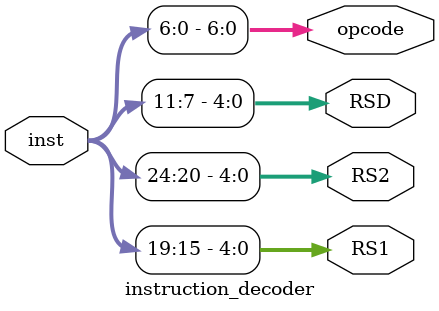
<source format=sv>
module instruction_decoder(inst,opcode,RS1,RS2,RSD);
input  [31:0] inst;
output [4:0] RS1,RS2,RSD;
output [6:0] opcode;

assign opcode[6:0] = inst[6:0];
assign RS2[4:0] = inst[24:20];
assign RS1[4:0] = inst[19:15];
assign RSD[4:0] = inst[11:7];




endmodule 
</source>
